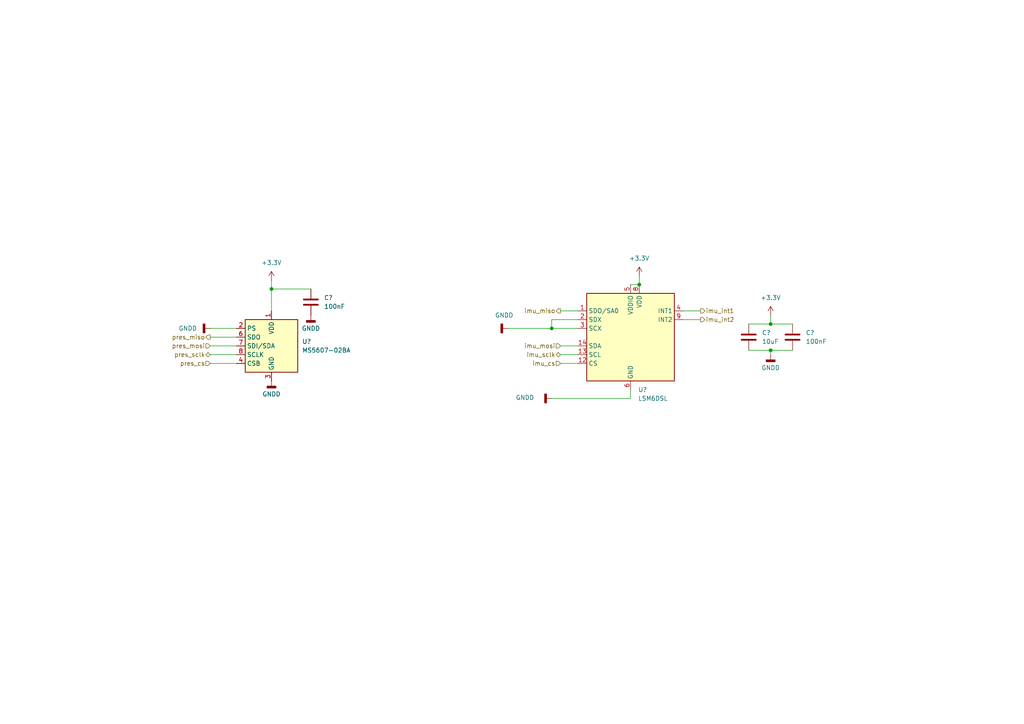
<source format=kicad_sch>
(kicad_sch (version 20250114) (generator "eeschema") (generator_version "9.0")
  (paper "A4")
  (title_block (title "Ride-Along Module") (date "2025-04-10") (rev "1") (company "Rowan Rocketry"))
  (lib_symbols
    (symbol "Device:C" (pin_numbers (hide yes)) (pin_names (offset 0.254))
      (property "Reference" "C" (at 0.635 2.54 0))
      (property "Value" "C" (at 0.635 -2.54 0))
      (symbol "C_0_1"
        (polyline (pts (xy -2.032 0.762) (xy 2.032 0.762)) (stroke (width 0.508)))
        (polyline (pts (xy -2.032 -0.762) (xy 2.032 -0.762)) (stroke (width 0.508)))
      )
      (symbol "C_1_1"
        (pin passive line (at 0 3.81 270) (length 2.794) (name "~") (number "1"))
        (pin passive line (at 0 -3.81 90) (length 2.794) (name "~") (number "2"))
      )
    )
    (symbol "Sensor_Motion:LSM6DSL"
      (property "Reference" "U" (at -11.43 15.24 0))
      (property "Value" "LSM6DSL" (at -11.43 12.7 0))
      (symbol "LSM6DSL_0_1"
        (rectangle (start -12.7 12.7) (end 12.7 -12.7) (stroke (width 0.254)) (fill (type background)))
      )
      (symbol "LSM6DSL_1_1"
        (pin bidirectional line (at -15.24 7.62 0) (length 2.54) (name "SDO/SA0") (number "1"))
        (pin bidirectional line (at -15.24 5.08 0) (length 2.54) (name "SDX") (number "2"))
        (pin input line (at -15.24 2.54 0) (length 2.54) (name "SCX") (number "3"))
        (pin bidirectional line (at -15.24 -2.54 0) (length 2.54) (name "SDA") (number "14"))
        (pin input line (at -15.24 -5.08 0) (length 2.54) (name "SCL") (number "13"))
        (pin input line (at -15.24 -7.62 0) (length 2.54) (name "CS") (number "12"))
        (pin power_in line (at 0 15.24 270) (length 2.54) (name "VDDIO") (number "5"))
        (pin power_in line (at 0 -15.24 90) (length 2.54) (name "GND") (number "6"))
        (pin passive line (at 0 -15.24 90) (length 2.54) (hide yes) (name "GND") (number "7"))
        (pin power_in line (at 2.54 15.24 270) (length 2.54) (name "VDD") (number "8"))
        (pin no_connect line (at 12.7 -2.54 180) (length 3.81) (hide yes) (name "NC") (number "11"))
        (pin no_connect line (at 12.7 -5.08 180) (length 3.81) (hide yes) (name "NC") (number "10"))
        (pin output line (at 15.24 7.62 180) (length 2.54) (name "INT1") (number "4"))
        (pin output line (at 15.24 5.08 180) (length 2.54) (name "INT2") (number "9"))
      )
    )
    (symbol "Sensor_Pressure:MS5607-02BA"
      (property "Reference" "U" (at -6.35 8.89 0))
      (property "Value" "MS5607-02BA" (at 7.62 8.89 0))
      (symbol "MS5607-02BA_0_1"
        (rectangle (start -7.62 7.62) (end 7.62 -7.62) (stroke (width 0.254)) (fill (type background)))
      )
      (symbol "MS5607-02BA_1_1"
        (pin input line (at -10.16 5.08 0) (length 2.54) (name "PS") (number "2"))
        (pin output line (at -10.16 2.54 0) (length 2.54) (name "SDO") (number "6"))
        (pin bidirectional line (at -10.16 0 0) (length 2.54) (name "SDI/SDA") (number "7"))
        (pin input line (at -10.16 -2.54 0) (length 2.54) (name "SCLK") (number "8"))
        (pin input line (at -10.16 -5.08 0) (length 2.54) (name "CSB") (number "4"))
        (pin input line (at -10.16 -5.08 0) (length 2.54) (hide yes) (name "CSB") (number "5"))
        (pin power_in line (at 0 10.16 270) (length 2.54) (name "VDD") (number "1"))
        (pin power_in line (at 0 -10.16 90) (length 2.54) (name "GND") (number "3"))
      )
    )
    (symbol "power:+3.3V" (power) (pin_numbers (hide yes)) (pin_names (offset 0) (hide yes))
      (property "Value" "+3.3V" (at 0 3.556 0))
      (symbol "+3.3V_0_1"
        (polyline (pts (xy -0.762 1.27) (xy 0 2.54)))
        (polyline (pts (xy 0 2.54) (xy 0.762 1.27)))
        (polyline (pts (xy 0 0) (xy 0 2.54)))
      )
      (symbol "+3.3V_1_1"
        (pin power_in line (at 0 0 90) (length 0) (name "~") (number "1"))
      )
    )
    (symbol "power:GNDD" (power) (pin_numbers (hide yes)) (pin_names (offset 0) (hide yes))
      (property "Value" "GNDD" (at 0 -3.175 0))
      (symbol "GNDD_0_1"
        (rectangle (start -1.27 -1.524) (end 1.27 -2.032) (stroke (width 0.254)) (fill (type outline)))
        (polyline (pts (xy 0 0) (xy 0 -1.524)))
      )
      (symbol "GNDD_1_1"
        (pin power_in line (at 0 0 270) (length 0) (name "~") (number "1"))
      )
    )
  )
  (junction (at 185.42 82.55))
  (junction (at 160.02 95.25))
  (junction (at 78.74 83.82))
  (junction (at 223.52 93.98))
  (junction (at 223.52 101.6))
  (wire (pts (xy 160.02 115.57) (xy 182.88 115.57)))
  (wire (pts (xy 182.88 115.57) (xy 182.88 113.03)))
  (wire (pts (xy 78.74 83.82) (xy 78.74 90.17)))
  (wire (pts (xy 60.96 100.33) (xy 68.58 100.33)))
  (wire (pts (xy 60.96 97.79) (xy 68.58 97.79)))
  (wire (pts (xy 198.12 92.71) (xy 203.2 92.71)))
  (wire (pts (xy 182.88 82.55) (xy 185.42 82.55)))
  (wire (pts (xy 162.56 90.17) (xy 167.64 90.17)))
  (wire (pts (xy 223.52 91.44) (xy 223.52 93.98)))
  (wire (pts (xy 162.56 102.87) (xy 167.64 102.87)))
  (wire (pts (xy 185.42 82.55) (xy 185.42 80.01)))
  (wire (pts (xy 78.74 81.28) (xy 78.74 83.82)))
  (wire (pts (xy 198.12 90.17) (xy 203.2 90.17)))
  (wire (pts (xy 223.52 101.6) (xy 229.87 101.6)))
  (wire (pts (xy 60.96 105.41) (xy 68.58 105.41)))
  (wire (pts (xy 167.64 92.71) (xy 160.02 92.71)))
  (wire (pts (xy 160.02 95.25) (xy 167.64 95.25)))
  (wire (pts (xy 217.17 101.6) (xy 223.52 101.6)))
  (wire (pts (xy 162.56 100.33) (xy 167.64 100.33)))
  (wire (pts (xy 60.96 95.25) (xy 68.58 95.25)))
  (wire (pts (xy 162.56 105.41) (xy 167.64 105.41)))
  (wire (pts (xy 223.52 102.87) (xy 223.52 101.6)))
  (wire (pts (xy 78.74 83.82) (xy 90.17 83.82)))
  (wire (pts (xy 160.02 92.71) (xy 160.02 95.25)))
  (wire (pts (xy 223.52 93.98) (xy 229.87 93.98)))
  (wire (pts (xy 217.17 93.98) (xy 223.52 93.98)))
  (wire (pts (xy 60.96 102.87) (xy 68.58 102.87)))
  (wire (pts (xy 147.32 95.25) (xy 160.02 95.25)))
  (hierarchical_label "pres_sclk" (shape bidirectional) (at 60.96 102.87 180))
  (hierarchical_label "imu_int1" (shape output) (at 203.2 90.17 0))
  (hierarchical_label "pres_cs" (shape input) (at 60.96 105.41 180))
  (hierarchical_label "pres_mosi" (shape input) (at 60.96 100.33 180))
  (hierarchical_label "imu_int2" (shape output) (at 203.2 92.71 0))
  (hierarchical_label "imu_cs" (shape input) (at 162.56 105.41 180))
  (hierarchical_label "imu_mosi" (shape input) (at 162.56 100.33 180))
  (hierarchical_label "pres_miso" (shape output) (at 60.96 97.79 180))
  (hierarchical_label "imu_miso" (shape output) (at 162.56 90.17 180))
  (hierarchical_label "imu_sclk" (shape bidirectional) (at 162.56 102.87 180))
  (symbol (lib_id "power:GNDD") (at 60.96 95.25 270) (unit 1)
    (property "Reference" "#PWR?" (effects (hide yes)))
    (property "Value" "GNDD" (at 57.15 95.2499 90) (effects (justify right)))
    (property "Description" "Power symbol creates a global label with name \"GNDD\" , digital ground" (effects (hide yes)))
  )
  (symbol (lib_id "power:GNDD") (at 223.52 102.87 0) (unit 1)
    (property "Reference" "#PWR?" (effects (hide yes)))
    (property "Value" "GNDD" (at 223.52 106.68 0))
    (property "Description" "Power symbol creates a global label with name \"GNDD\" , digital ground" (effects (hide yes)))
  )
  (symbol (lib_id "power:+3.3V") (at 185.42 80.01 0) (unit 1)
    (property "Reference" "#PWR?" (effects (hide yes)))
    (property "Value" "+3.3V" (at 185.42 74.93 0))
    (property "Description" "Power symbol creates a global label with name \"+3.3V\"" (effects (hide yes)))
  )
  (symbol (lib_id "Device:C") (at 90.17 87.63 0) (unit 1)
    (property "Reference" "C?" (at 93.98 86.3599 0) (effects (justify left)))
    (property "Value" "100nF" (at 93.98 88.8999 0) (effects (justify left)))
    (property "Footprint" "Capacitor_SMD:C_0603_1608Metric_Pad1.08x0.95mm_HandSolder" (effects (hide yes)))
    (property "Datasheet" "https://content.kemet.com/datasheets/KEM_C1002_X7R_SMD.pdf" (effects (hide yes)))
    (property "Description" "Unpolarized capacitor" (effects (hide yes)))
    (property "Purchase" "https://www.digikey.com/en/products/detail/kemet/C0603C104M5RACTU/2199782" (effects (hide yes)))
  )
  (symbol (lib_id "Sensor_Pressure:MS5607-02BA") (at 78.74 100.33 0) (unit 1)
    (property "Reference" "U?" (at 87.63 99.0599 0) (effects (justify left)))
    (property "Value" "MS5607-02BA" (at 87.63 101.5999 0) (effects (justify left)))
    (property "Footprint" "Package_LGA:LGA-8_3x5mm_P1.25mm" (effects (hide yes)))
    (property "Datasheet" "https://www.te.com/commerce/DocumentDelivery/DDEController?Action=showdoc&DocId=Data+Sheet%7FMS5607-02BA03%7FB2%7Fpdf%7FEnglish%7FENG_DS_MS5607-02BA03_B2.pdf%7FCAT-BLPS0035" (effects (hide yes)))
    (property "Description" "Barometric pressure sensor, 20cm resolution, 10 to 1200 mbar, I2C and SPI interface up to 20MHz, LGA-8" (effects (hide yes)))
    (property "Purchase" "https://www.digikey.com/en/products/detail/te-connectivity-measurement-specialties/MS560702BA03-50/4700931" (effects (hide yes)))
  )
  (symbol (lib_id "power:GNDD") (at 147.32 95.25 270) (unit 1)
    (property "Reference" "#PWR?" (effects (hide yes)))
    (property "Value" "GNDD" (at 146.2405 91.44 90))
    (property "Description" "Power symbol creates a global label with name \"GNDD\" , digital ground" (effects (hide yes)))
  )
  (symbol (lib_id "power:GNDD") (at 160.02 115.57 270) (unit 1)
    (property "Reference" "#PWR?" (effects (hide yes)))
    (property "Value" "GNDD" (at 154.94 115.316 90) (effects (justify right)))
    (property "Description" "Power symbol creates a global label with name \"GNDD\" , digital ground" (effects (hide yes)))
  )
  (symbol (lib_id "power:+3.3V") (at 78.74 81.28 0) (unit 1)
    (property "Reference" "#PWR?" (effects (hide yes)))
    (property "Value" "+3.3V" (at 78.74 76.2 0))
    (property "Description" "Power symbol creates a global label with name \"+3.3V\"" (effects (hide yes)))
  )
  (symbol (lib_id "power:GNDD") (at 78.74 110.49 0) (unit 1)
    (property "Reference" "#PWR?" (effects (hide yes)))
    (property "Value" "GNDD" (at 78.74 114.3 0))
    (property "Description" "Power symbol creates a global label with name \"GNDD\" , digital ground" (effects (hide yes)))
  )
  (symbol (lib_id "power:GNDD") (at 90.17 91.44 0) (unit 1)
    (property "Reference" "#PWR?" (effects (hide yes)))
    (property "Value" "GNDD" (at 90.17 95.25 0))
    (property "Description" "Power symbol creates a global label with name \"GNDD\" , digital ground" (effects (hide yes)))
  )
  (symbol (lib_id "Device:C") (at 229.87 97.79 0) (unit 1)
    (property "Reference" "C?" (at 233.68 96.5199 0) (effects (justify left)))
    (property "Value" "100nF" (at 233.68 99.0599 0) (effects (justify left)))
    (property "Footprint" "Capacitor_SMD:C_0603_1608Metric_Pad1.08x0.95mm_HandSolder" (effects (hide yes)))
    (property "Datasheet" "https://content.kemet.com/datasheets/KEM_C1002_X7R_SMD.pdf" (effects (hide yes)))
    (property "Description" "Unpolarized capacitor" (effects (hide yes)))
    (property "Purchase" "https://www.digikey.com/en/products/detail/kemet/C0603C104M5RACTU/2199782" (effects (hide yes)))
  )
  (symbol (lib_id "power:+3.3V") (at 223.52 91.44 0) (unit 1)
    (property "Reference" "#PWR?" (effects (hide yes)))
    (property "Value" "+3.3V" (at 223.52 86.36 0))
    (property "Description" "Power symbol creates a global label with name \"+3.3V\"" (effects (hide yes)))
  )
  (symbol (lib_id "Sensor_Motion:LSM6DSL") (at 182.88 97.79 0) (unit 1)
    (property "Reference" "U?" (at 185.0741 113.03 0) (effects (justify left)))
    (property "Value" "LSM6DSL" (at 185.0741 115.57 0) (effects (justify left)))
    (property "Footprint" "Package_LGA:LGA-14_3x2.5mm_P0.5mm_LayoutBorder3x4y" (effects (hide yes)))
    (property "Datasheet" "https://www.st.com/resource/en/datasheet/lsm6dsl.pdf" (effects (hide yes)))
    (property "Description" "I2C/SPI, iNEMO inertial module: always-on 3D accelerometer and 3D gyroscope, 1.71V to 3.6V VCC" (effects (hide yes)))
    (property "Purchase" "https://www.digikey.com/en/products/detail/stmicroelectronics/LSM6DSLTR/6192804" (effects (hide yes)))
  )
  (symbol (lib_id "Device:C") (at 217.17 97.79 0) (unit 1)
    (property "Reference" "C?" (at 220.98 96.5199 0) (effects (justify left)))
    (property "Value" "10uF" (at 220.98 99.0599 0) (effects (justify left)))
    (property "Footprint" "Capacitor_SMD:C_0603_1608Metric_Pad1.08x0.95mm_HandSolder" (effects (hide yes)))
    (property "Description" "Unpolarized capacitor" (effects (hide yes)))
    (property "Purchase" "https://www.digikey.com/en/products/detail/kemet/T491A106K010AT/818545" (effects (hide yes)))
  )
)
</source>
